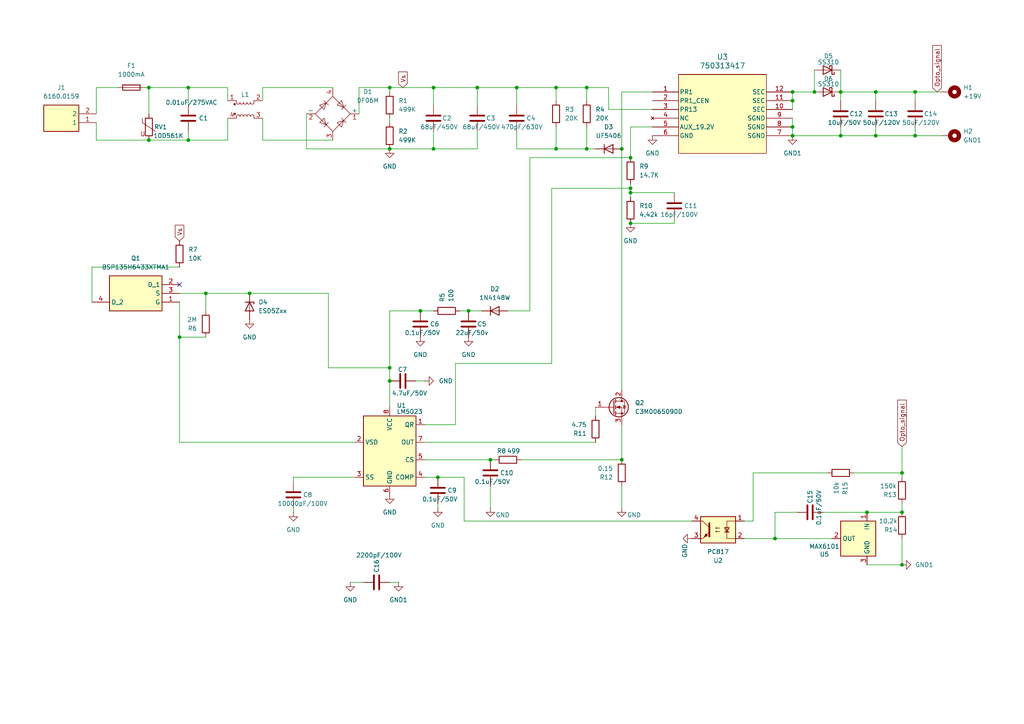
<source format=kicad_sch>
(kicad_sch (version 20231120) (generator "eeschema") (generator_version "8.0")
  (paper "A4")
  (title_block (title "230V AC - 19 V DC SMPS") (rev "1.0") (company "JABED"))
  (lib_symbols
    (symbol "6160_0159:6160.0159"
      (property "Reference" "J" (at 16.51 7.62 0))
      (property "Value" "6160.0159" (at 16.51 5.08 0))
      (symbol "6160.0159_1_1"
        (rectangle (start 5.08 2.54) (end 15.24 -5.08) (stroke (width 0.254)) (fill (type background)))
        (pin passive line (at 0 0 0) (length 5.08) (name "1") (number "1"))
        (pin passive line (at 0 -2.54 0) (length 5.08) (name "2") (number "2"))
      )
    )
    (symbol "750313417_1" (pin_names (offset 0.254))
      (property "Reference" "U2" (at 20.32 10.16 0))
      (property "Value" "750313417" (at 20.32 7.62 0))
      (symbol "750313417_1_0_1"
        (polyline (pts (xy 7.62 -17.78) (xy 33.02 -17.78)) (stroke (width 0.127)))
        (polyline (pts (xy 7.62 5.08) (xy 7.62 -17.78)) (stroke (width 0.127)))
        (polyline (pts (xy 33.02 -17.78) (xy 33.02 5.08)) (stroke (width 0.127)))
        (polyline (pts (xy 33.02 5.08) (xy 7.62 5.08)) (stroke (width 0.127)))
        (pin unspecified line (at 0 0 0) (length 7.62) (name "PR1") (number "1"))
        (pin unspecified line (at 40.64 -5.08 180) (length 7.62) (name "SEC") (number "10"))
        (pin unspecified line (at 40.64 -2.54 180) (length 7.62) (name "SEC") (number "11"))
        (pin unspecified line (at 40.64 0 180) (length 7.62) (name "SEC") (number "12"))
        (pin unspecified line (at 0 -2.54 0) (length 7.62) (name "PR1_CEN") (number "2"))
        (pin unspecified line (at 0 -5.08 0) (length 7.62) (name "PR13") (number "3"))
        (pin no_connect line (at 0 -7.62 0) (length 7.62) (name "NC") (number "4"))
        (pin unspecified line (at 0 -10.16 0) (length 7.62) (name "AUX_19.2V") (number "5"))
        (pin unspecified line (at 0 -12.7 0) (length 7.62) (name "GND") (number "6"))
        (pin unspecified line (at 40.64 -12.7 180) (length 7.62) (name "SGND") (number "7"))
        (pin unspecified line (at 40.64 -10.16 180) (length 7.62) (name "SGND") (number "8"))
        (pin unspecified line (at 40.64 -7.62 180) (length 7.62) (name "SGND") (number "9"))
      )
      (symbol "750313417_1_1_1"
        (rectangle (start 7.62 5.08) (end 33.02 -17.78))
        (rectangle (start 7.62 5.08) (end 33.02 -17.78) (fill (type background)))
      )
    )
    (symbol "BSP135H6433XTMA1:BSP135H6433XTMA1"
      (property "Reference" "Q1" (at 12.7 -12.7 0))
      (property "Value" "BSP135H6433XTMA1" (at 12.7 -10.16 0))
      (symbol "BSP135H6433XTMA1_1_1"
        (rectangle (start 5.08 2.54) (end 20.32 -7.62) (stroke (width 0.254)) (fill (type background)))
        (pin passive line (at 0 0 0) (length 5.08) (name "G") (number "1"))
        (pin passive line (at 0 -5.08 0) (length 5.08) (name "D_1") (number "2"))
        (pin passive line (at 0 -2.54 0) (length 5.08) (name "S") (number "3"))
        (pin passive line (at 25.4 0 180) (length 5.08) (name "D_2") (number "4"))
      )
    )
    (symbol "Device:C" (pin_numbers hide) (pin_names (offset 0.254))
      (property "Reference" "C" (at 0.635 2.54 0))
      (property "Value" "C" (at 0.635 -2.54 0))
      (symbol "C_0_1"
        (polyline (pts (xy -2.032 -0.762) (xy 2.032 -0.762)) (stroke (width 0.508)))
        (polyline (pts (xy -2.032 0.762) (xy 2.032 0.762)) (stroke (width 0.508)))
      )
      (symbol "C_1_1"
        (pin passive line (at 0 3.81 270) (length 2.794) (name "~") (number "1"))
        (pin passive line (at 0 -3.81 90) (length 2.794) (name "~") (number "2"))
      )
    )
    (symbol "Device:Fuse" (pin_numbers hide) (pin_names (offset 0))
      (property "Reference" "F" (at 2.032 0 90))
      (property "Value" "Fuse" (at -1.905 0 90))
      (symbol "Fuse_0_1"
        (rectangle (start -0.762 -2.54) (end 0.762 2.54) (stroke (width 0.254)))
        (polyline (pts (xy 0 2.54) (xy 0 -2.54)))
      )
      (symbol "Fuse_1_1"
        (pin passive line (at 0 3.81 270) (length 1.27) (name "~") (number "1"))
        (pin passive line (at 0 -3.81 90) (length 1.27) (name "~") (number "2"))
      )
    )
    (symbol "Device:L_Coupled_1342" (pin_names (offset 0.254) hide)
      (property "Reference" "L1" (at 0 4.318 0))
      (symbol "L_Coupled_1342_0_1"
        (circle (center -3.048 -1.27) (radius 0.254) (fill (type outline)))
        (circle (center -3.048 1.524) (radius 0.254) (fill (type outline)))
        (arc (start -2.54 2.032) (mid -2.032 1.5262) (end -1.524 2.032))
        (arc (start -1.524 -2.032) (mid -2.032 -1.5262) (end -2.54 -2.032))
        (arc (start -1.524 2.032) (mid -1.016 1.5262) (end -0.508 2.032))
        (arc (start -0.508 -2.032) (mid -1.016 -1.5262) (end -1.524 -2.032))
        (arc (start -0.508 2.032) (mid 0 1.5262) (end 0.508 2.032))
        (polyline (pts (xy -2.54 -2.032) (xy -2.54 -2.54)))
        (polyline (pts (xy -2.54 2.032) (xy -2.54 2.54)))
        (polyline (pts (xy 2.54 -2.032) (xy 2.54 -2.54)))
        (polyline (pts (xy 2.54 2.54) (xy 2.54 2.032)))
        (arc (start 0.508 -2.032) (mid 0 -1.5262) (end -0.508 -2.032))
        (arc (start 0.508 2.032) (mid 1.016 1.5262) (end 1.524 2.032))
        (arc (start 1.524 -2.032) (mid 1.016 -1.5262) (end 0.508 -2.032))
        (arc (start 1.524 2.032) (mid 2.032 1.5262) (end 2.54 2.032))
        (arc (start 2.54 -2.032) (mid 2.032 -1.5262) (end 1.524 -2.032))
      )
      (symbol "L_Coupled_1342_1_1"
        (pin passive line (at -5.08 2.54 0) (length 2.54) (name "1") (number "1"))
        (pin passive line (at 5.08 2.54 180) (length 2.54) (name "2") (number "2"))
        (pin passive line (at 5.08 -2.54 180) (length 2.54) (name "3") (number "3"))
        (pin passive line (at -5.08 -2.54 0) (length 2.54) (name "4") (number "4"))
      )
    )
    (symbol "Device:R" (pin_numbers hide) (pin_names (offset 0))
      (property "Reference" "R" (at 2.032 0 90))
      (property "Value" "R" (at 0 0 90))
      (symbol "R_0_1"
        (rectangle (start -1.016 -2.54) (end 1.016 2.54) (stroke (width 0.254)))
      )
      (symbol "R_1_1"
        (pin passive line (at 0 3.81 270) (length 1.27) (name "~") (number "1"))
        (pin passive line (at 0 -3.81 90) (length 1.27) (name "~") (number "2"))
      )
    )
    (symbol "Device:Varistor" (pin_numbers hide) (pin_names (offset 0))
      (property "Reference" "RV" (at 3.175 0 90))
      (property "Value" "Varistor" (at -3.175 0 90))
      (symbol "Varistor_0_0"
        (text "U" (at -1.778 -2.032 0) (effects (font (size 1.27 1.27))))
      )
      (symbol "Varistor_0_1"
        (rectangle (start -1.016 -2.54) (end 1.016 2.54) (stroke (width 0.254)))
        (polyline (pts (xy -1.905 2.54) (xy -1.905 1.27) (xy 1.905 -1.27)))
      )
      (symbol "Varistor_1_1"
        (pin passive line (at 0 3.81 270) (length 1.27) (name "~") (number "1"))
        (pin passive line (at 0 -3.81 90) (length 1.27) (name "~") (number "2"))
      )
    )
    (symbol "Diode:1N4148W" (pin_numbers hide) (pin_names hide)
      (property "Reference" "D" (at 0 2.54 0))
      (property "Value" "1N4148W" (at 0 -2.54 0))
      (symbol "1N4148W_0_1"
        (polyline (pts (xy -1.27 1.27) (xy -1.27 -1.27)) (stroke (width 0.254)))
        (polyline (pts (xy 1.27 0) (xy -1.27 0)))
        (polyline (pts (xy 1.27 1.27) (xy 1.27 -1.27) (xy -1.27 0) (xy 1.27 1.27)) (stroke (width 0.254)))
      )
      (symbol "1N4148W_1_1"
        (pin passive line (at -3.81 0 0) (length 2.54) (name "K") (number "1"))
        (pin passive line (at 3.81 0 180) (length 2.54) (name "A") (number "2"))
      )
    )
    (symbol "Diode:ESD5Zxx" (pin_numbers hide) (pin_names hide)
      (property "Reference" "D" (at 0 2.54 0))
      (property "Value" "ESD5Zxx" (at 0 -2.54 0))
      (symbol "ESD5Zxx_0_1"
        (polyline (pts (xy 1.27 0) (xy -1.27 0)))
        (polyline (pts (xy -1.27 -1.27) (xy -1.27 1.27) (xy -0.762 1.27)) (stroke (width 0.254)))
        (polyline (pts (xy 1.27 -1.27) (xy 1.27 1.27) (xy -1.27 0) (xy 1.27 -1.27)) (stroke (width 0.254)))
      )
      (symbol "ESD5Zxx_1_1"
        (pin passive line (at -3.81 0 0) (length 2.54) (name "K") (number "1"))
        (pin passive line (at 3.81 0 180) (length 2.54) (name "A") (number "2"))
      )
    )
    (symbol "Diode:SS310" (pin_numbers hide) (pin_names (offset 1.016) hide)
      (property "Reference" "D" (at 0 2.54 0))
      (property "Value" "SS310" (at 0 -2.54 0))
      (symbol "SS310_0_1"
        (polyline (pts (xy 1.27 0) (xy -1.27 0)))
        (polyline (pts (xy 1.27 1.27) (xy 1.27 -1.27) (xy -1.27 0) (xy 1.27 1.27)) (stroke (width 0.254)))
        (polyline (pts (xy -1.905 0.635) (xy -1.905 1.27) (xy -1.27 1.27) (xy -1.27 -1.27) (xy -0.635 -1.27) (xy -0.635 -0.635)) (stroke (width 0.254)))
      )
      (symbol "SS310_1_1"
        (pin passive line (at -3.81 0 0) (length 2.54) (name "K") (number "1"))
        (pin passive line (at 3.81 0 180) (length 2.54) (name "A") (number "2"))
      )
    )
    (symbol "Diode:UF5406" (pin_numbers hide) (pin_names hide)
      (property "Reference" "D" (at 0 2.54 0))
      (property "Value" "UF5406" (at 0 -2.54 0))
      (symbol "UF5406_0_1"
        (polyline (pts (xy -1.27 1.27) (xy -1.27 -1.27)) (stroke (width 0.254)))
        (polyline (pts (xy 1.27 0) (xy -1.27 0)))
        (polyline (pts (xy 1.27 1.27) (xy 1.27 -1.27) (xy -1.27 0) (xy 1.27 1.27)) (stroke (width 0.254)))
      )
      (symbol "UF5406_1_1"
        (pin passive line (at -3.81 0 0) (length 2.54) (name "K") (number "1"))
        (pin passive line (at 3.81 0 180) (length 2.54) (name "A") (number "2"))
      )
    )
    (symbol "Diode_Bridge:DF06M" (pin_names (offset 0))
      (property "Reference" "D" (at 2.54 6.985 0))
      (property "Value" "DF06M" (at 2.54 5.08 0))
      (symbol "DF06M_0_1"
        (polyline (pts (xy -2.54 3.81) (xy -1.27 2.54)))
        (polyline (pts (xy -1.27 -2.54) (xy -2.54 -3.81)))
        (polyline (pts (xy 2.54 -1.27) (xy 3.81 -2.54)))
        (polyline (pts (xy 2.54 1.27) (xy 3.81 2.54)))
        (polyline (pts (xy -3.81 2.54) (xy -2.54 1.27) (xy -1.905 3.175) (xy -3.81 2.54)))
        (polyline (pts (xy -2.54 -1.27) (xy -3.81 -2.54) (xy -1.905 -3.175) (xy -2.54 -1.27)))
        (polyline (pts (xy 1.27 2.54) (xy 2.54 3.81) (xy 3.175 1.905) (xy 1.27 2.54)))
        (polyline (pts (xy 3.175 -1.905) (xy 1.27 -2.54) (xy 2.54 -3.81) (xy 3.175 -1.905)))
        (polyline (pts (xy -5.08 0) (xy 0 -5.08) (xy 5.08 0) (xy 0 5.08) (xy -5.08 0)))
      )
      (symbol "DF06M_1_1"
        (pin passive line (at 7.62 0 180) (length 2.54) (name "+") (number "1"))
        (pin passive line (at -7.62 0 0) (length 2.54) (name "-") (number "2"))
        (pin passive line (at 0 -7.62 90) (length 2.54) (name "~") (number "3"))
        (pin passive line (at 0 7.62 270) (length 2.54) (name "~") (number "4"))
      )
    )
    (symbol "Isolator:PC817" (pin_names (offset 1.016))
      (property "Reference" "U" (at -5.08 5.08 0))
      (property "Value" "PC817" (at 0 5.08 0))
      (symbol "PC817_0_1"
        (rectangle (start -5.08 3.81) (end 5.08 -3.81) (stroke (width 0.254)) (fill (type background)))
        (polyline (pts (xy -3.175 -0.635) (xy -1.905 -0.635)) (stroke (width 0.254)))
        (polyline (pts (xy 2.54 0.635) (xy 4.445 2.54)))
        (polyline (pts (xy 4.445 -2.54) (xy 2.54 -0.635)) (fill (type outline)))
        (polyline (pts (xy 4.445 -2.54) (xy 5.08 -2.54)))
        (polyline (pts (xy 4.445 2.54) (xy 5.08 2.54)))
        (polyline (pts (xy -5.08 2.54) (xy -2.54 2.54) (xy -2.54 -0.635)))
        (polyline (pts (xy -2.54 -0.635) (xy -2.54 -2.54) (xy -5.08 -2.54)))
        (polyline (pts (xy 2.54 1.905) (xy 2.54 -1.905) (xy 2.54 -1.905)) (stroke (width 0.508)))
        (polyline (pts (xy -2.54 -0.635) (xy -3.175 0.635) (xy -1.905 0.635) (xy -2.54 -0.635)) (stroke (width 0.254)))
        (polyline (pts (xy -0.508 -0.508) (xy 0.762 -0.508) (xy 0.381 -0.635) (xy 0.381 -0.381) (xy 0.762 -0.508)))
        (polyline (pts (xy -0.508 0.508) (xy 0.762 0.508) (xy 0.381 0.381) (xy 0.381 0.635) (xy 0.762 0.508)))
        (polyline (pts (xy 3.048 -1.651) (xy 3.556 -1.143) (xy 4.064 -2.159) (xy 3.048 -1.651) (xy 3.048 -1.651)) (fill (type outline)))
      )
      (symbol "PC817_1_1"
        (pin passive line (at -7.62 2.54 0) (length 2.54) (name "~") (number "1"))
        (pin passive line (at -7.62 -2.54 0) (length 2.54) (name "~") (number "2"))
        (pin passive line (at 7.62 -2.54 180) (length 2.54) (name "~") (number "3"))
        (pin passive line (at 7.62 2.54 180) (length 2.54) (name "~") (number "4"))
      )
    )
    (symbol "Mechanical:MountingHole_Pad" (pin_numbers hide) (pin_names (offset 1.016) hide) (exclude_from_sim yes) (in_bom no)
      (property "Reference" "H" (at 0 6.35 0))
      (property "Value" "MountingHole_Pad" (at 0 4.445 0))
      (symbol "MountingHole_Pad_0_1"
        (circle (center 0 1.27) (radius 1.27) (stroke (width 1.27)))
      )
      (symbol "MountingHole_Pad_1_1"
        (pin input line (at 0 -2.54 90) (length 2.54) (name "1") (number "1"))
      )
    )
    (symbol "Reference_Voltage:MAX6101"
      (property "Reference" "U" (at 0 6.35 0))
      (property "Value" "MAX6101" (at 2.54 -6.35 0))
      (symbol "MAX6101_0_1"
        (rectangle (start -5.08 5.08) (end 5.08 -5.08) (stroke (width 0.254)) (fill (type background)))
      )
      (symbol "MAX6101_1_1"
        (pin power_in line (at -2.54 7.62 270) (length 2.54) (name "IN") (number "1"))
        (pin power_out line (at 7.62 0 180) (length 2.54) (name "OUT") (number "2"))
        (pin power_in line (at -2.54 -7.62 90) (length 2.54) (name "GND") (number "3"))
      )
    )
    (symbol "Regulator_Controller:LM5023"
      (property "Reference" "U" (at -6.35 11.43 0))
      (property "Value" "LM5023" (at 5.08 11.43 0))
      (symbol "LM5023_0_0"
        (pin input line (at 10.16 7.62 180) (length 2.54) (name "QR") (number "1"))
        (pin output line (at -10.16 2.54 0) (length 2.54) (name "VSD") (number "2"))
        (pin passive line (at -10.16 -7.62 0) (length 2.54) (name "SS") (number "3"))
        (pin input line (at 10.16 -7.62 180) (length 2.54) (name "COMP") (number "4"))
        (pin input line (at 10.16 -2.54 180) (length 2.54) (name "CS") (number "5"))
        (pin power_in line (at 0 -12.7 90) (length 2.54) (name "GND") (number "6"))
        (pin output line (at 10.16 2.54 180) (length 2.54) (name "OUT") (number "7"))
        (pin power_in line (at 0 12.7 270) (length 2.54) (name "VCC") (number "8"))
      )
      (symbol "LM5023_0_1"
        (rectangle (start -7.62 10.16) (end 7.62 -10.16) (stroke (width 0.254)) (fill (type background)))
      )
    )
    (symbol "Transistor_FET:C3M0065090D" (pin_names hide)
      (property "Reference" "Q" (at 5.08 1.905 0))
      (property "Value" "C3M0065090D" (at 5.08 0 0))
      (symbol "C3M0065090D_0_1"
        (polyline (pts (xy 0.254 0) (xy -2.54 0)))
        (polyline (pts (xy 0.254 1.905) (xy 0.254 -1.905)) (stroke (width 0.254)))
        (polyline (pts (xy 0.762 -1.27) (xy 0.762 -2.286)) (stroke (width 0.254)))
        (polyline (pts (xy 0.762 0.508) (xy 0.762 -0.508)) (stroke (width 0.254)))
        (polyline (pts (xy 0.762 2.286) (xy 0.762 1.27)) (stroke (width 0.254)))
        (polyline (pts (xy 2.54 2.54) (xy 2.54 1.778)))
        (polyline (pts (xy 2.54 -2.54) (xy 2.54 0) (xy 0.762 0)))
        (polyline (pts (xy 0.762 -1.778) (xy 3.302 -1.778) (xy 3.302 1.778) (xy 0.762 1.778)))
        (polyline (pts (xy 1.016 0) (xy 2.032 0.381) (xy 2.032 -0.381) (xy 1.016 0)) (fill (type outline)))
        (polyline (pts (xy 2.794 0.508) (xy 2.921 0.381) (xy 3.683 0.381) (xy 3.81 0.254)))
        (polyline (pts (xy 3.302 0.381) (xy 2.921 -0.254) (xy 3.683 -0.254) (xy 3.302 0.381)))
        (circle (center 1.651 0) (radius 2.794) (stroke (width 0.254)))
        (circle (center 2.54 -1.778) (radius 0.254) (fill (type outline)))
        (circle (center 2.54 1.778) (radius 0.254) (fill (type outline)))
      )
      (symbol "C3M0065090D_1_1"
        (pin input line (at -5.08 0 0) (length 2.54) (name "G") (number "1"))
        (pin passive line (at 2.54 5.08 270) (length 2.54) (name "D") (number "2"))
        (pin passive line (at 2.54 -5.08 90) (length 2.54) (name "S") (number "3"))
      )
    )
    (symbol "power:GND" (power) (pin_numbers hide) (pin_names (offset 0) hide)
      (property "Value" "GND" (at 0 -3.81 0))
      (symbol "GND_0_1"
        (polyline (pts (xy 0 0) (xy 0 -1.27) (xy 1.27 -1.27) (xy 0 -2.54) (xy -1.27 -1.27) (xy 0 -1.27)))
      )
      (symbol "GND_1_1"
        (pin power_in line (at 0 0 270) (length 0) (name "~") (number "1"))
      )
    )
    (symbol "power:GND1" (power) (pin_numbers hide) (pin_names (offset 0) hide)
      (property "Value" "GND1" (at 0 -3.81 0))
      (symbol "GND1_0_1"
        (polyline (pts (xy 0 0) (xy 0 -1.27) (xy 1.27 -1.27) (xy 0 -2.54) (xy -1.27 -1.27) (xy 0 -1.27)))
      )
      (symbol "GND1_1_1"
        (pin power_in line (at 0 0 270) (length 0) (name "~") (number "1"))
      )
    )
  )
  (junction (at 180.34 43.18))
  (junction (at 229.87 26.67))
  (junction (at 243.84 26.67))
  (junction (at 254 26.67))
  (junction (at 54.61 25.4))
  (junction (at 261.62 148.59))
  (junction (at 261.62 163.83))
  (junction (at 182.88 45.72))
  (junction (at 229.87 39.37))
  (junction (at 43.18 25.4))
  (junction (at 59.69 85.09))
  (junction (at 161.29 25.4))
  (junction (at 182.88 55.88))
  (junction (at 161.29 43.18))
  (junction (at 72.39 85.09))
  (junction (at 180.34 133.35))
  (junction (at 265.43 39.37))
  (junction (at 125.73 43.18))
  (junction (at 243.84 39.37))
  (junction (at 254 39.37))
  (junction (at 182.88 64.77))
  (junction (at 52.07 97.79))
  (junction (at 54.61 40.64))
  (junction (at 170.18 25.4))
  (junction (at 236.22 26.67))
  (junction (at 170.18 43.18))
  (junction (at 229.87 29.21))
  (junction (at 138.43 25.4))
  (junction (at 113.03 110.49))
  (junction (at 43.18 40.64))
  (junction (at 251.46 148.59))
  (junction (at 135.89 90.17))
  (junction (at 125.73 25.4))
  (junction (at 127 138.43))
  (junction (at 113.03 25.4))
  (junction (at 149.86 25.4))
  (junction (at 142.24 133.35))
  (junction (at 261.62 137.16))
  (junction (at 265.43 26.67))
  (junction (at 113.03 43.18))
  (junction (at 229.87 36.83))
  (junction (at 224.79 156.21))
  (junction (at 121.92 90.17))
  (junction (at 113.03 106.68))
  (junction (at 182.88 54.61))
  (no_connect (at 52.07 82.55))
  (wire (pts (xy 147.32 90.17) (xy 153.67 90.17)))
  (wire (pts (xy 52.07 85.09) (xy 59.69 85.09)))
  (wire (pts (xy 52.07 128.27) (xy 102.87 128.27)))
  (wire (pts (xy 189.23 31.75) (xy 176.53 31.75)))
  (wire (pts (xy 195.58 63.5) (xy 195.58 64.77)))
  (wire (pts (xy 27.94 25.4) (xy 34.29 25.4)))
  (wire (pts (xy 113.03 25.4) (xy 113.03 26.67)))
  (wire (pts (xy 125.73 25.4) (xy 138.43 25.4)))
  (wire (pts (xy 101.6 168.91) (xy 105.41 168.91)))
  (wire (pts (xy 85.09 138.43) (xy 85.09 139.7)))
  (wire (pts (xy 265.43 39.37) (xy 254 39.37)))
  (wire (pts (xy 182.88 54.61) (xy 182.88 55.88)))
  (wire (pts (xy 182.88 53.34) (xy 182.88 54.61)))
  (wire (pts (xy 123.19 133.35) (xy 142.24 133.35)))
  (wire (pts (xy 52.07 97.79) (xy 59.69 97.79)))
  (wire (pts (xy 27.94 40.64) (xy 27.94 35.56)))
  (wire (pts (xy 243.84 36.83) (xy 243.84 39.37)))
  (wire (pts (xy 254 39.37) (xy 254 36.83)))
  (wire (pts (xy 149.86 38.1) (xy 149.86 43.18)))
  (wire (pts (xy 224.79 156.21) (xy 241.3 156.21)))
  (wire (pts (xy 26.67 77.47) (xy 26.67 87.63)))
  (wire (pts (xy 251.46 148.59) (xy 261.62 148.59)))
  (wire (pts (xy 261.62 129.54) (xy 261.62 137.16)))
  (wire (pts (xy 160.02 105.41) (xy 160.02 54.61)))
  (wire (pts (xy 76.2 40.64) (xy 76.2 34.29)))
  (wire (pts (xy 265.43 36.83) (xy 265.43 39.37)))
  (wire (pts (xy 138.43 30.48) (xy 138.43 25.4)))
  (wire (pts (xy 76.2 25.4) (xy 76.2 29.21)))
  (wire (pts (xy 66.04 34.29) (xy 66.04 40.64)))
  (wire (pts (xy 52.07 97.79) (xy 52.07 128.27)))
  (wire (pts (xy 149.86 30.48) (xy 149.86 25.4)))
  (wire (pts (xy 254 26.67) (xy 254 29.21)))
  (wire (pts (xy 132.08 123.19) (xy 132.08 105.41)))
  (wire (pts (xy 229.87 29.21) (xy 229.87 26.67)))
  (wire (pts (xy 243.84 26.67) (xy 243.84 29.21)))
  (wire (pts (xy 180.34 26.67) (xy 180.34 43.18)))
  (wire (pts (xy 247.65 137.16) (xy 261.62 137.16)))
  (wire (pts (xy 43.18 25.4) (xy 43.18 33.02)))
  (wire (pts (xy 142.24 147.32) (xy 142.24 140.97)))
  (wire (pts (xy 96.52 25.4) (xy 76.2 25.4)))
  (wire (pts (xy 138.43 43.18) (xy 125.73 43.18)))
  (wire (pts (xy 161.29 25.4) (xy 149.86 25.4)))
  (wire (pts (xy 59.69 85.09) (xy 72.39 85.09)))
  (wire (pts (xy 261.62 156.21) (xy 261.62 163.83)))
  (wire (pts (xy 265.43 39.37) (xy 273.05 39.37)))
  (wire (pts (xy 172.72 118.11) (xy 172.72 120.65)))
  (wire (pts (xy 229.87 34.29) (xy 229.87 36.83)))
  (wire (pts (xy 113.03 90.17) (xy 121.92 90.17)))
  (wire (pts (xy 52.07 87.63) (xy 52.07 97.79)))
  (wire (pts (xy 161.29 25.4) (xy 170.18 25.4)))
  (wire (pts (xy 123.19 138.43) (xy 127 138.43)))
  (wire (pts (xy 134.62 138.43) (xy 134.62 151.13)))
  (wire (pts (xy 127 138.43) (xy 134.62 138.43)))
  (wire (pts (xy 54.61 40.64) (xy 43.18 40.64)))
  (wire (pts (xy 134.62 151.13) (xy 200.66 151.13)))
  (wire (pts (xy 95.25 106.68) (xy 113.03 106.68)))
  (wire (pts (xy 243.84 26.67) (xy 254 26.67)))
  (wire (pts (xy 54.61 25.4) (xy 66.04 25.4)))
  (wire (pts (xy 121.92 90.17) (xy 125.73 90.17)))
  (wire (pts (xy 88.9 43.18) (xy 113.03 43.18)))
  (wire (pts (xy 261.62 146.05) (xy 261.62 148.59)))
  (wire (pts (xy 189.23 26.67) (xy 180.34 26.67)))
  (wire (pts (xy 231.14 148.59) (xy 224.79 148.59)))
  (wire (pts (xy 127 147.32) (xy 127 146.05)))
  (wire (pts (xy 153.67 90.17) (xy 153.67 45.72)))
  (wire (pts (xy 224.79 148.59) (xy 224.79 156.21)))
  (wire (pts (xy 104.14 33.02) (xy 104.14 25.4)))
  (wire (pts (xy 52.07 77.47) (xy 26.67 77.47)))
  (wire (pts (xy 54.61 38.1) (xy 54.61 40.64)))
  (wire (pts (xy 170.18 36.83) (xy 170.18 43.18)))
  (wire (pts (xy 113.03 110.49) (xy 113.03 118.11)))
  (wire (pts (xy 123.19 128.27) (xy 172.72 128.27)))
  (wire (pts (xy 135.89 90.17) (xy 139.7 90.17)))
  (wire (pts (xy 123.19 110.49) (xy 120.65 110.49)))
  (wire (pts (xy 43.18 40.64) (xy 27.94 40.64)))
  (wire (pts (xy 229.87 26.67) (xy 236.22 26.67)))
  (wire (pts (xy 261.62 163.83) (xy 251.46 163.83)))
  (wire (pts (xy 218.44 151.13) (xy 218.44 137.16)))
  (wire (pts (xy 113.03 106.68) (xy 113.03 110.49)))
  (wire (pts (xy 59.69 85.09) (xy 59.69 90.17)))
  (wire (pts (xy 261.62 137.16) (xy 261.62 138.43)))
  (wire (pts (xy 215.9 151.13) (xy 218.44 151.13)))
  (wire (pts (xy 27.94 25.4) (xy 27.94 33.02)))
  (wire (pts (xy 151.13 133.35) (xy 180.34 133.35)))
  (wire (pts (xy 229.87 36.83) (xy 229.87 39.37)))
  (wire (pts (xy 243.84 20.32) (xy 243.84 26.67)))
  (wire (pts (xy 161.29 36.83) (xy 161.29 43.18)))
  (wire (pts (xy 104.14 25.4) (xy 113.03 25.4)))
  (wire (pts (xy 54.61 25.4) (xy 43.18 25.4)))
  (wire (pts (xy 96.52 40.64) (xy 76.2 40.64)))
  (wire (pts (xy 265.43 26.67) (xy 273.05 26.67)))
  (wire (pts (xy 66.04 40.64) (xy 54.61 40.64)))
  (wire (pts (xy 132.08 105.41) (xy 160.02 105.41)))
  (wire (pts (xy 133.35 90.17) (xy 135.89 90.17)))
  (wire (pts (xy 125.73 38.1) (xy 125.73 43.18)))
  (wire (pts (xy 180.34 147.32) (xy 180.34 140.97)))
  (wire (pts (xy 176.53 31.75) (xy 176.53 25.4)))
  (wire (pts (xy 138.43 38.1) (xy 138.43 43.18)))
  (wire (pts (xy 132.08 123.19) (xy 123.19 123.19)))
  (wire (pts (xy 160.02 54.61) (xy 182.88 54.61)))
  (wire (pts (xy 85.09 138.43) (xy 102.87 138.43)))
  (wire (pts (xy 88.9 33.02) (xy 88.9 43.18)))
  (wire (pts (xy 218.44 137.16) (xy 240.03 137.16)))
  (wire (pts (xy 170.18 29.21) (xy 170.18 25.4)))
  (wire (pts (xy 54.61 25.4) (xy 54.61 30.48)))
  (wire (pts (xy 149.86 25.4) (xy 138.43 25.4)))
  (wire (pts (xy 182.88 36.83) (xy 189.23 36.83)))
  (wire (pts (xy 176.53 25.4) (xy 170.18 25.4)))
  (wire (pts (xy 153.67 45.72) (xy 182.88 45.72)))
  (wire (pts (xy 113.03 43.18) (xy 125.73 43.18)))
  (wire (pts (xy 161.29 29.21) (xy 161.29 25.4)))
  (wire (pts (xy 170.18 43.18) (xy 161.29 43.18)))
  (wire (pts (xy 182.88 55.88) (xy 195.58 55.88)))
  (wire (pts (xy 182.88 45.72) (xy 182.88 36.83)))
  (wire (pts (xy 236.22 20.32) (xy 236.22 26.67)))
  (wire (pts (xy 229.87 29.21) (xy 229.87 31.75)))
  (wire (pts (xy 125.73 30.48) (xy 125.73 25.4)))
  (wire (pts (xy 182.88 55.88) (xy 182.88 57.15)))
  (wire (pts (xy 215.9 156.21) (xy 224.79 156.21)))
  (wire (pts (xy 41.91 25.4) (xy 43.18 25.4)))
  (wire (pts (xy 85.09 148.59) (xy 85.09 147.32)))
  (wire (pts (xy 238.76 148.59) (xy 251.46 148.59)))
  (wire (pts (xy 195.58 64.77) (xy 182.88 64.77)))
  (wire (pts (xy 125.73 25.4) (xy 113.03 25.4)))
  (wire (pts (xy 229.87 39.37) (xy 243.84 39.37)))
  (wire (pts (xy 265.43 29.21) (xy 265.43 26.67)))
  (wire (pts (xy 113.03 34.29) (xy 113.03 35.56)))
  (wire (pts (xy 180.34 43.18) (xy 180.34 113.03)))
  (wire (pts (xy 113.03 90.17) (xy 113.03 106.68)))
  (wire (pts (xy 161.29 43.18) (xy 149.86 43.18)))
  (wire (pts (xy 115.57 168.91) (xy 113.03 168.91)))
  (wire (pts (xy 243.84 39.37) (xy 254 39.37)))
  (wire (pts (xy 66.04 29.21) (xy 66.04 25.4)))
  (wire (pts (xy 170.18 43.18) (xy 172.72 43.18)))
  (wire (pts (xy 95.25 85.09) (xy 95.25 106.68)))
  (wire (pts (xy 142.24 133.35) (xy 143.51 133.35)))
  (wire (pts (xy 180.34 123.19) (xy 180.34 133.35)))
  (wire (pts (xy 72.39 85.09) (xy 95.25 85.09)))
  (wire (pts (xy 265.43 26.67) (xy 254 26.67)))
  (global_label "Vs" (shape input) (at 52.07 69.85 90) (property "Intersheetrefs" "${INTERSHEET_REFS}" (effects (hide yes))))
  (global_label "Vs" (shape input) (at 116.84 25.4 90) (property "Intersheetrefs" "${INTERSHEET_REFS}" (effects (hide yes))))
  (global_label "Opto_signal" (shape input) (at 271.78 26.67 90) (property "Intersheetrefs" "${INTERSHEET_REFS}" (effects (hide yes))))
  (global_label "Opto_signal" (shape input) (at 261.62 129.54 90) (property "Intersheetrefs" "${INTERSHEET_REFS}" (effects (hide yes))))
  (symbol (lib_id "Device:Fuse") (at 38.1 25.4 270) (unit 1)
    (property "Reference" "F1" (at 38.1 19.05 90))
    (property "Value" "1000mA" (at 38.1 21.59 90))
    (property "Footprint" "Fuse:Fuse_Littelfuse-NANO2-462" (effects (hide yes)))
    (property "Description" "Fuse" (effects (hide yes)))
  )
  (symbol (lib_id "Diode:UF5406") (at 176.53 43.18 0) (unit 1)
    (property "Reference" "D3" (at 176.53 36.83 0))
    (property "Value" "UF5406" (at 176.53 39.37 0))
    (property "Footprint" "Diode_THT:D_DO-201AD_P15.24mm_Horizontal" (effects (hide yes)))
    (property "Datasheet" "http://www.vishay.com/docs/88756/uf5400.pdf" (effects (hide yes)))
    (property "Description" "600V 3A Soft Recovery Ultrafast Rectifier Diode, DO-201AD" (effects (hide yes)))
    (property "Sim.Device" "D" (effects (hide yes)))
    (property "Sim.Pins" "1=K 2=A" (effects (hide yes)))
  )
  (symbol (lib_id "power:GND") (at 142.24 147.32 0) (unit 1)
    (property "Reference" "#PWR011" (effects (hide yes)))
    (property "Value" "GND" (at 145.796 149.352 0))
    (property "Description" "Power symbol creates a global label with name \"GND\" , ground" (effects (hide yes)))
  )
  (symbol (lib_id "Device:R") (at 129.54 90.17 90) (unit 1)
    (property "Reference" "R5" (at 128.2699 87.63 0) (effects (justify left)))
    (property "Value" "100" (at 130.8099 87.63 0) (effects (justify left)))
    (property "Footprint" "Resistor_SMD:R_0805_2012Metric" (effects (hide yes)))
    (property "Description" "Resistor" (effects (hide yes)))
  )
  (symbol (lib_id "Device:C") (at 109.22 168.91 90) (unit 1)
    (property "Reference" "C16" (at 109.22 166.116 0) (effects (justify left)))
    (property "Value" "2200pF/100V" (at 116.586 161.036 90) (effects (justify left)))
    (property "Footprint" "Capacitor_THT:C_Disc_D4.3mm_W1.9mm_P5.00mm" (effects (hide yes)))
    (property "Description" "Unpolarized capacitor" (effects (hide yes)))
  )
  (symbol (lib_id "power:GND") (at 121.92 97.79 0) (unit 1)
    (property "Reference" "#PWR04" (effects (hide yes)))
    (property "Value" "GND" (at 121.92 102.87 0))
    (property "Description" "Power symbol creates a global label with name \"GND\" , ground" (effects (hide yes)))
  )
  (symbol (lib_id "Device:C") (at 127 142.24 0) (unit 1)
    (property "Reference" "C9" (at 129.794 142.24 0) (effects (justify left)))
    (property "Value" "0.1uF/50V" (at 122.428 144.78 0) (effects (justify left)))
    (property "Footprint" "Capacitor_SMD:C_1206_3216Metric" (effects (hide yes)))
    (property "Description" "Unpolarized capacitor" (effects (hide yes)))
  )
  (symbol (lib_id "Device:C") (at 243.84 33.02 0) (unit 1)
    (property "Reference" "C12" (at 246.38 33.02 0) (effects (justify left)))
    (property "Value" "10uF/50V" (at 240.03 35.56 0) (effects (justify left)))
    (property "Footprint" "Capacitor_THT:CP_Radial_D12.5mm_P7.50mm" (effects (hide yes)))
    (property "Description" "Unpolarized capacitor" (effects (hide yes)))
  )
  (symbol (lib_id "Device:R") (at 172.72 124.46 180) (unit 1)
    (property "Reference" "R11" (at 170.18 125.7301 0) (effects (justify left)))
    (property "Value" "4.75" (at 170.18 123.1901 0) (effects (justify left)))
    (property "Footprint" "Resistor_SMD:R_0805_2012Metric" (effects (hide yes)))
    (property "Description" "Resistor" (effects (hide yes)))
  )
  (symbol (lib_id "Diode_Bridge:DF06M") (at 96.52 33.02 0) (unit 1)
    (property "Reference" "D1" (at 106.68 26.5998 0))
    (property "Value" "DF06M" (at 106.68 29.1398 0))
    (property "Footprint" "Diode_THT:Diode_Bridge_DIP-4_W7.62mm_P5.08mm" (effects (hide yes)))
    (property "Datasheet" "http://www.vishay.com/docs/88571/dfm.pdf" (effects (hide yes)))
    (property "Description" "Miniature Glass Passivated Single-Phase Bridge Rectifiers, 420V Vrms, 1.0A If, DIP-4" (effects (hide yes)))
  )
  (symbol (lib_id "power:GND") (at 182.88 64.77 0) (unit 1)
    (property "Reference" "#PWR012" (effects (hide yes)))
    (property "Value" "GND" (at 182.88 69.85 0))
    (property "Description" "Power symbol creates a global label with name \"GND\" , ground" (effects (hide yes)))
  )
  (symbol (lib_id "Device:R") (at 147.32 133.35 90) (unit 1)
    (property "Reference" "R8" (at 146.812 130.81 90) (effects (justify left)))
    (property "Value" "499" (at 150.876 130.81 90) (effects (justify left)))
    (property "Footprint" "Resistor_SMD:R_0805_2012Metric" (effects (hide yes)))
    (property "Description" "Resistor" (effects (hide yes)))
  )
  (symbol (lib_id "Device:R") (at 59.69 93.98 180) (unit 1)
    (property "Reference" "R6" (at 57.15 95.2501 0) (effects (justify left)))
    (property "Value" "2M" (at 57.15 92.7101 0) (effects (justify left)))
    (property "Footprint" "Resistor_SMD:R_0805_2012Metric" (effects (hide yes)))
    (property "Description" "Resistor" (effects (hide yes)))
  )
  (symbol (lib_id "Diode:SS310") (at 240.03 20.32 180) (unit 1)
    (property "Reference" "D5" (at 240.284 16.256 0))
    (property "Value" "SS310" (at 240.284 18.034 0))
    (property "Footprint" "Diode_SMD:D_SMA" (effects (hide yes)))
    (property "Datasheet" "https://www.microdiode.com/uploadfiles//PDF/SS32-THRU-SS3200-SMA.pdf" (effects (hide yes)))
    (property "Description" "100V 3A Schottky Diode, SMA" (effects (hide yes)))
  )
  (symbol (lib_id "Device:R") (at 243.84 137.16 270) (unit 1)
    (property "Reference" "R15" (at 245.1101 139.7 0) (effects (justify left)))
    (property "Value" "10k" (at 242.5701 139.7 0) (effects (justify left)))
    (property "Footprint" "Resistor_SMD:R_0805_2012Metric" (effects (hide yes)))
    (property "Description" "Resistor" (effects (hide yes)))
  )
  (symbol (lib_id "Device:R") (at 113.03 30.48 0) (unit 1)
    (property "Reference" "R1" (at 115.57 29.2099 0) (effects (justify left)))
    (property "Value" "499K" (at 115.57 31.7499 0) (effects (justify left)))
    (property "Footprint" "Resistor_SMD:R_1206_3216Metric" (effects (hide yes)))
    (property "Description" "Resistor" (effects (hide yes)))
  )
  (symbol (lib_id "Diode:ESD5Zxx") (at 72.39 88.9 270) (unit 1)
    (property "Reference" "D4" (at 74.93 87.6299 90) (effects (justify left)))
    (property "Value" "ESD5Zxx" (at 74.93 90.1699 90) (effects (justify left)))
    (property "Footprint" "Diode_SMD:D_SOD-523" (effects (hide yes)))
    (property "Datasheet" "https://www.onsemi.com/pdf/datasheet/esd5z2.5t1-d.pdf" (effects (hide yes)))
    (property "Description" "ESD Protection Diode, SOD-523" (effects (hide yes)))
  )
  (symbol (lib_id "power:GND") (at 127 147.32 0) (unit 1)
    (property "Reference" "#PWR08" (effects (hide yes)))
    (property "Value" "GND" (at 127 152.4 0))
    (property "Description" "Power symbol creates a global label with name \"GND\" , ground" (effects (hide yes)))
  )
  (symbol (lib_id "Mechanical:MountingHole_Pad") (at 275.59 26.67 270) (unit 1) (exclude_from_sim yes) (in_bom no)
    (property "Reference" "H1" (at 279.4 25.3999 90) (effects (justify left)))
    (property "Value" "+19V" (at 279.4 27.9399 90) (effects (justify left)))
    (property "Footprint" "TestPoint:TestPoint_THTPad_D2.5mm_Drill1.2mm" (effects (hide yes)))
    (property "Description" "Mounting Hole with connection" (effects (hide yes)))
  )
  (symbol (lib_id "power:GND") (at 113.03 143.51 0) (unit 1)
    (property "Reference" "#PWR09" (effects (hide yes)))
    (property "Value" "GND" (at 113.03 148.59 0))
    (property "Description" "Power symbol creates a global label with name \"GND\" , ground" (effects (hide yes)))
  )
  (symbol (lib_id "power:GND") (at 101.6 168.91 0) (unit 1)
    (property "Reference" "#PWR017" (effects (hide yes)))
    (property "Value" "GND" (at 101.6 173.99 0))
    (property "Description" "Power symbol creates a global label with name \"GND\" , ground" (effects (hide yes)))
  )
  (symbol (lib_id "Regulator_Controller:LM5023") (at 113.03 130.81 0) (unit 1)
    (property "Reference" "U1" (at 115.062 117.602 0) (effects (justify left)))
    (property "Value" "LM5023" (at 115.062 119.38 0) (effects (justify left)))
    (property "Footprint" "Package_SO:VSSOP-8_3.0x3.0mm_P0.65mm" (effects (hide yes)))
    (property "Datasheet" "https://www.ti.com/lit/ds/symlink/lm5023.pdf" (effects (hide yes)))
    (property "Description" "Quasi-Resonant Current-Mode PWM Controller for Off-Line Supplies, OVP/OTP, Latched OVP, VSSOP-8" (effects (hide yes)))
  )
  (symbol (lib_id "Device:C") (at 116.84 110.49 90) (unit 1)
    (property "Reference" "C7" (at 118.11 107.188 90) (effects (justify left)))
    (property "Value" "4.7uF/50V" (at 123.952 114.046 90) (effects (justify left)))
    (property "Footprint" "Capacitor_SMD:C_1206_3216Metric" (effects (hide yes)))
    (property "Description" "Unpolarized capacitor" (effects (hide yes)))
  )
  (symbol (lib_id "Device:C") (at 125.73 34.29 0) (unit 1)
    (property "Reference" "C2" (at 128.27 34.29 0) (effects (justify left)))
    (property "Value" "68uF/450V" (at 121.92 36.83 0) (effects (justify left)))
    (property "Footprint" "Capacitor_THT:CP_Radial_D12.5mm_P7.50mm" (effects (hide yes)))
    (property "Description" "Unpolarized capacitor" (effects (hide yes)))
  )
  (symbol (lib_id "Mechanical:MountingHole_Pad") (at 275.59 39.37 270) (unit 1) (exclude_from_sim yes) (in_bom no)
    (property "Reference" "H2" (at 279.4 38.0999 90) (effects (justify left)))
    (property "Value" "GND1" (at 279.4 40.6399 90) (effects (justify left)))
    (property "Footprint" "TestPoint:TestPoint_THTPad_D2.5mm_Drill1.2mm" (effects (hide yes)))
    (property "Description" "Mounting Hole with connection" (effects (hide yes)))
  )
  (symbol (lib_id "Device:C") (at 195.58 59.69 0) (unit 1)
    (property "Reference" "C11" (at 198.374 59.69 0) (effects (justify left)))
    (property "Value" "16pF/100V" (at 191.516 62.23 0) (effects (justify left)))
    (property "Footprint" "Capacitor_SMD:C_1206_3216Metric" (effects (hide yes)))
    (property "Description" "Unpolarized capacitor" (effects (hide yes)))
  )
  (symbol (lib_id "Diode:1N4148W") (at 143.51 90.17 0) (unit 1)
    (property "Reference" "D2" (at 143.51 83.82 0))
    (property "Value" "1N4148W" (at 143.51 86.36 0))
    (property "Footprint" "Diode_SMD:D_SOD-123" (effects (hide yes)))
    (property "Datasheet" "https://www.vishay.com/docs/85748/1n4148w.pdf" (effects (hide yes)))
    (property "Description" "75V 0.15A Fast Switching Diode, SOD-123" (effects (hide yes)))
    (property "Sim.Device" "D" (effects (hide yes)))
    (property "Sim.Pins" "1=K 2=A" (effects (hide yes)))
  )
  (symbol (lib_id "power:GND") (at 135.89 97.79 0) (unit 1)
    (property "Reference" "#PWR03" (effects (hide yes)))
    (property "Value" "GND" (at 135.89 102.87 0))
    (property "Description" "Power symbol creates a global label with name \"GND\" , ground" (effects (hide yes)))
  )
  (symbol (lib_id "Device:R") (at 161.29 33.02 0) (unit 1)
    (property "Reference" "R3" (at 163.83 31.7499 0) (effects (justify left)))
    (property "Value" "20K" (at 163.83 34.2899 0) (effects (justify left)))
    (property "Footprint" "Resistor_SMD:R_0805_2012Metric" (effects (hide yes)))
    (property "Description" "Resistor" (effects (hide yes)))
  )
  (symbol (lib_id "Device:R") (at 180.34 137.16 180) (unit 1)
    (property "Reference" "R12" (at 177.8 138.4301 0) (effects (justify left)))
    (property "Value" "0.15" (at 177.8 135.8901 0) (effects (justify left)))
    (property "Footprint" "Resistor_THT:R_Axial_DIN0922_L20.0mm_D9.0mm_P25.40mm_Horizontal" (effects (hide yes)))
    (property "Description" "Resistor" (effects (hide yes)))
  )
  (symbol (lib_id "Device:C") (at 265.43 33.02 0) (unit 1)
    (property "Reference" "C14" (at 267.97 33.02 0) (effects (justify left)))
    (property "Value" "50uF/120V" (at 261.62 35.56 0) (effects (justify left)))
    (property "Footprint" "Capacitor_THT:CP_Radial_D12.5mm_P7.50mm" (effects (hide yes)))
    (property "Description" "Unpolarized capacitor" (effects (hide yes)))
  )
  (symbol (lib_id "6160_0159:6160.0159") (at 27.94 35.56 180) (unit 1)
    (property "Reference" "J1" (at 17.78 25.4 0))
    (property "Value" "6160.0159" (at 17.78 27.94 0))
    (property "Footprint" "private:61600159" (effects (hide yes)))
    (property "Datasheet" "https://componentsearchengine.com/Datasheets/1/6160.0159.pdf" (effects (hide yes)))
    (property "Description" "SCHURTER - 6160.0159 - POWER ENTRY, PLUG, 2.5A, PANEL" (effects (hide yes)))
    (property "Height" "16" (effects (hide yes)))
    (property "Mouser Part Number" "693-6160.0159" (effects (hide yes)))
    (property "Mouser Price/Stock" "https://www.mouser.com/Search/Refine.aspx?Keyword=693-6160.0159" (effects (hide yes)))
    (property "Manufacturer_Name" "SCHURTER" (effects (hide yes)))
    (property "Manufacturer_Part_Number" "6160.0159" (effects (hide yes)))
  )
  (symbol (lib_id "Device:R") (at 261.62 142.24 180) (unit 1)
    (property "Reference" "R13" (at 260.096 143.51 0) (effects (justify left)))
    (property "Value" "150k" (at 260.096 140.97 0) (effects (justify left)))
    (property "Footprint" "Resistor_SMD:R_0805_2012Metric" (effects (hide yes)))
    (property "Description" "Resistor" (effects (hide yes)))
  )
  (symbol (lib_id "Device:L_Coupled_1342") (at 71.12 31.75 0) (unit 1)
    (property "Reference" "L1" (at 71.12 27.432 0))
    (property "Value" "L_Coupled_1342" (effects (hide yes)))
    (property "Footprint" "private:WE-SL5_HC" (effects (hide yes)))
    (property "Description" "Coupled inductor" (effects (hide yes)))
  )
  (symbol (lib_id "Device:Varistor") (at 43.18 36.83 0) (unit 1)
    (property "Reference" "RV1" (at 44.704 36.83 0) (effects (justify left)))
    (property "Value" "10D561K" (at 44.45 39.37 0) (effects (justify left)))
    (property "Footprint" "Varistor:RV_Disc_D7mm_W3.6mm_P5mm" (effects (hide yes)))
    (property "Description" "Voltage dependent resistor" (effects (hide yes)))
    (property "Sim.Name" "kicad_builtin_varistor" (effects (hide yes)))
    (property "Sim.Device" "SUBCKT" (effects (hide yes)))
    (property "Sim.Pins" "1=A 2=B" (effects (hide yes)))
    (property "Sim.Params" "threshold=1k" (effects (hide yes)))
    (property "Sim.Library" "${KICAD7_SYMBOL_DIR}/Simulation_SPICE.sp" (effects (hide yes)))
  )
  (symbol (lib_id "Device:R") (at 113.03 39.37 0) (unit 1)
    (property "Reference" "R2" (at 115.57 38.0999 0) (effects (justify left)))
    (property "Value" "499K" (at 115.57 40.6399 0) (effects (justify left)))
    (property "Footprint" "Resistor_SMD:R_1206_3216Metric" (effects (hide yes)))
    (property "Description" "Resistor" (effects (hide yes)))
  )
  (symbol (lib_id "Device:C") (at 234.95 148.59 90) (unit 1)
    (property "Reference" "C15" (at 234.95 146.05 0) (effects (justify left)))
    (property "Value" "0.1uF/50V" (at 237.49 152.4 0) (effects (justify left)))
    (property "Footprint" "Capacitor_THT:CP_Radial_D4.0mm_P2.00mm" (effects (hide yes)))
    (property "Description" "Unpolarized capacitor" (effects (hide yes)))
  )
  (symbol (lib_id "power:GND") (at 113.03 43.18 0) (unit 1)
    (property "Reference" "#PWR01" (effects (hide yes)))
    (property "Value" "GND" (at 113.03 48.26 0))
    (property "Description" "Power symbol creates a global label with name \"GND\" , ground" (effects (hide yes)))
  )
  (symbol (lib_id "Device:R") (at 261.62 152.4 180) (unit 1)
    (property "Reference" "R14" (at 260.35 153.67 0) (effects (justify left)))
    (property "Value" "10.2k" (at 260.35 151.13 0) (effects (justify left)))
    (property "Footprint" "Resistor_SMD:R_0805_2012Metric" (effects (hide yes)))
    (property "Description" "Resistor" (effects (hide yes)))
  )
  (symbol (lib_id "Device:C") (at 54.61 34.29 0) (unit 1)
    (property "Reference" "C1" (at 57.658 34.29 0) (effects (justify left)))
    (property "Value" "0.01uF/275VAC" (at 48.006 29.718 0) (effects (justify left)))
    (property "Footprint" "Capacitor_THT:C_Rect_L10.0mm_W4.0mm_P7.50mm_MKS4" (effects (hide yes)))
    (property "Description" "Unpolarized capacitor" (effects (hide yes)))
  )
  (symbol (lib_id "Device:C") (at 138.43 34.29 0) (unit 1)
    (property "Reference" "C3" (at 140.97 34.29 0) (effects (justify left)))
    (property "Value" "68uF/450V" (at 134.112 36.83 0) (effects (justify left)))
    (property "Footprint" "Capacitor_THT:CP_Radial_D12.5mm_P7.50mm" (effects (hide yes)))
    (property "Description" "Unpolarized capacitor" (effects (hide yes)))
  )
  (symbol (lib_id "power:GND1") (at 229.87 39.37 0) (unit 1)
    (property "Reference" "#PWR015" (effects (hide yes)))
    (property "Value" "GND1" (at 229.87 44.45 0))
    (property "Description" "Power symbol creates a global label with name \"GND1\" , ground" (effects (hide yes)))
  )
  (symbol (lib_id "Device:C") (at 254 33.02 0) (unit 1)
    (property "Reference" "C13" (at 256.54 33.02 0) (effects (justify left)))
    (property "Value" "50uF/120V" (at 250.19 35.56 0) (effects (justify left)))
    (property "Footprint" "Capacitor_THT:CP_Radial_D12.5mm_P7.50mm" (effects (hide yes)))
    (property "Description" "Unpolarized capacitor" (effects (hide yes)))
  )
  (symbol (lib_id "Device:R") (at 182.88 60.96 0) (unit 1)
    (property "Reference" "R10" (at 185.42 59.6899 0) (effects (justify left)))
    (property "Value" "4.42k" (at 185.42 62.2299 0) (effects (justify left)))
    (property "Footprint" "Resistor_SMD:R_0805_2012Metric" (effects (hide yes)))
    (property "Description" "Resistor" (effects (hide yes)))
  )
  (symbol (lib_id "Device:C") (at 85.09 143.51 0) (unit 1)
    (property "Reference" "C8" (at 87.884 143.51 0) (effects (justify left)))
    (property "Value" "10000pF/100V" (at 80.518 146.05 0) (effects (justify left)))
    (property "Footprint" "Capacitor_SMD:C_1206_3216Metric" (effects (hide yes)))
    (property "Description" "Unpolarized capacitor" (effects (hide yes)))
  )
  (symbol (lib_id "power:GND") (at 123.19 110.49 90) (unit 1)
    (property "Reference" "#PWR05" (effects (hide yes)))
    (property "Value" "GND" (at 127.2492 110.4899 90) (effects (justify right)))
    (property "Description" "Power symbol creates a global label with name \"GND\" , ground" (effects (hide yes)))
  )
  (symbol (lib_id "Device:R") (at 182.88 49.53 0) (unit 1)
    (property "Reference" "R9" (at 185.42 48.2599 0) (effects (justify left)))
    (property "Value" "14.7K" (at 185.42 50.7999 0) (effects (justify left)))
    (property "Footprint" "Resistor_SMD:R_0805_2012Metric" (effects (hide yes)))
    (property "Description" "Resistor" (effects (hide yes)))
  )
  (symbol (lib_id "Device:C") (at 149.86 34.29 0) (unit 1)
    (property "Reference" "C4" (at 152.654 34.29 0) (effects (justify left)))
    (property "Value" "470pF/630V" (at 145.288 36.83 0) (effects (justify left)))
    (property "Footprint" "Capacitor_SMD:C_1206_3216Metric" (effects (hide yes)))
    (property "Description" "Unpolarized capacitor" (effects (hide yes)))
  )
  (symbol (lib_id "power:GND") (at 72.39 92.71 0) (unit 1)
    (property "Reference" "#PWR06" (effects (hide yes)))
    (property "Value" "GND" (at 72.39 97.79 0))
    (property "Description" "Power symbol creates a global label with name \"GND\" , ground" (effects (hide yes)))
  )
  (symbol (lib_name "750313417_1") (lib_id "2024-11-26_16-51-12:750313417") (at 189.23 26.67 0) (unit 1)
    (property "Reference" "U3" (at 209.55 16.51 0) (effects (font (size 1.524 1.524))))
    (property "Value" "750313417" (at 209.55 19.05 0) (effects (font (size 1.524 1.524))))
    (property "Footprint" "private:SMD_13417_WRE" (effects (hide yes)))
    (property "Datasheet" "750313417" (effects (hide yes)))
  )
  (symbol (lib_id "Device:C") (at 121.92 93.98 0) (unit 1)
    (property "Reference" "C6" (at 124.714 93.98 0) (effects (justify left)))
    (property "Value" "0.1uF/50V" (at 117.348 96.52 0) (effects (justify left)))
    (property "Footprint" "Capacitor_THT:CP_Radial_D4.0mm_P2.00mm" (effects (hide yes)))
    (property "Description" "Unpolarized capacitor" (effects (hide yes)))
  )
  (symbol (lib_id "power:GND") (at 180.34 147.32 0) (unit 1)
    (property "Reference" "#PWR013" (effects (hide yes)))
    (property "Value" "GND" (at 183.896 149.352 0))
    (property "Description" "Power symbol creates a global label with name \"GND\" , ground" (effects (hide yes)))
  )
  (symbol (lib_id "Device:R") (at 52.07 73.66 0) (unit 1)
    (property "Reference" "R7" (at 54.61 72.3899 0) (effects (justify left)))
    (property "Value" "10K" (at 54.61 74.9299 0) (effects (justify left)))
    (property "Footprint" "Resistor_SMD:R_0805_2012Metric" (effects (hide yes)))
    (property "Description" "Resistor" (effects (hide yes)))
  )
  (symbol (lib_id "power:GND1") (at 115.57 168.91 0) (unit 1)
    (property "Reference" "#PWR018" (effects (hide yes)))
    (property "Value" "GND1" (at 115.57 173.99 0))
    (property "Description" "Power symbol creates a global label with name \"GND1\" , ground" (effects (hide yes)))
  )
  (symbol (lib_id "Device:C") (at 135.89 93.98 0) (unit 1)
    (property "Reference" "C5" (at 138.43 93.98 0) (effects (justify left)))
    (property "Value" "22uF/50v" (at 132.08 96.52 0) (effects (justify left)))
    (property "Footprint" "Capacitor_THT:CP_Radial_D4.0mm_P2.00mm" (effects (hide yes)))
    (property "Description" "Unpolarized capacitor" (effects (hide yes)))
  )
  (symbol (lib_id "Transistor_FET:C3M0065090D") (at 177.8 118.11 0) (unit 1)
    (property "Reference" "Q2" (at 184.15 116.8399 0) (effects (justify left)))
    (property "Value" "C3M0065090D" (at 184.15 119.3799 0) (effects (justify left)))
    (property "Footprint" "Package_TO_SOT_THT:TO-247-3_Vertical" (effects (hide yes)))
    (property "Datasheet" "https://www.wolfspeed.com/media/downloads/176/C3M0065090D.pdf" (effects (hide yes)))
    (property "Description" "36A Id, 900V Vds, 65mOhm, N-Channel SiC MOSFET, TO-247" (effects (hide yes)))
  )
  (symbol (lib_id "power:GND") (at 189.23 39.37 0) (unit 1)
    (property "Reference" "#PWR02" (effects (hide yes)))
    (property "Value" "GND" (at 189.23 44.45 0))
    (property "Description" "Power symbol creates a global label with name \"GND\" , ground" (effects (hide yes)))
  )
  (symbol (lib_id "power:GND") (at 200.66 156.21 270) (unit 1)
    (property "Reference" "#PWR014" (effects (hide yes)))
    (property "Value" "GND" (at 198.628 159.766 0))
    (property "Description" "Power symbol creates a global label with name \"GND\" , ground" (effects (hide yes)))
  )
  (symbol (lib_id "Device:R") (at 170.18 33.02 0) (unit 1)
    (property "Reference" "R4" (at 172.72 31.7499 0) (effects (justify left)))
    (property "Value" "20K" (at 172.72 34.2899 0) (effects (justify left)))
    (property "Footprint" "Resistor_SMD:R_0805_2012Metric" (effects (hide yes)))
    (property "Description" "Resistor" (effects (hide yes)))
  )
  (symbol (lib_id "power:GND") (at 85.09 148.59 0) (unit 1)
    (property "Reference" "#PWR07" (effects (hide yes)))
    (property "Value" "GND" (at 85.09 153.67 0))
    (property "Description" "Power symbol creates a global label with name \"GND\" , ground" (effects (hide yes)))
  )
  (symbol (lib_id "Reference_Voltage:MAX6101") (at 248.92 156.21 0) (mirror y) (unit 1)
    (property "Reference" "U5" (at 237.744 160.782 0) (effects (justify right)))
    (property "Value" "MAX6101" (at 234.696 158.496 0) (effects (justify right)))
    (property "Footprint" "Package_TO_SOT_SMD:SOT-23" (effects (hide yes)))
    (property "Datasheet" "http://datasheets.maximintegrated.com/en/ds/MAX6100-MAX6107.pdf" (effects (hide yes)))
    (property "Description" "Low-dropout high current voltage reference, 1.250V, ±0.4% accuracy, SOT-23" (effects (hide yes)))
  )
  (symbol (lib_id "Isolator:PC817") (at 208.28 153.67 0) (mirror y) (unit 1)
    (property "Reference" "U2" (at 208.28 162.56 0))
    (property "Value" "PC817" (at 208.28 160.02 0))
    (property "Footprint" "Package_DIP:DIP-4_W7.62mm" (effects (hide yes)))
    (property "Datasheet" "http://www.soselectronic.cz/a_info/resource/d/pc817.pdf" (effects (hide yes)))
    (property "Description" "DC Optocoupler, Vce 35V, CTR 50-300%, DIP-4" (effects (hide yes)))
  )
  (symbol (lib_id "power:GND1") (at 261.62 163.83 90) (unit 1)
    (property "Reference" "#PWR016" (effects (hide yes)))
    (property "Value" "GND1" (at 265.43 163.8299 90) (effects (justify right)))
    (property "Description" "Power symbol creates a global label with name \"GND1\" , ground" (effects (hide yes)))
  )
  (symbol (lib_id "Diode:SS310") (at 240.03 26.67 180) (unit 1)
    (property "Reference" "D6" (at 240.284 22.86 0))
    (property "Value" "SS310" (at 240.284 24.384 0))
    (property "Footprint" "Diode_SMD:D_SMA" (effects (hide yes)))
    (property "Datasheet" "https://www.microdiode.com/uploadfiles//PDF/SS32-THRU-SS3200-SMA.pdf" (effects (hide yes)))
    (property "Description" "100V 3A Schottky Diode, SMA" (effects (hide yes)))
  )
  (symbol (lib_id "BSP135H6433XTMA1:BSP135H6433XTMA1") (at 52.07 87.63 180) (unit 1)
    (property "Reference" "Q1" (at 39.37 74.93 0))
    (property "Value" "BSP135H6433XTMA1" (at 39.37 77.47 0))
    (property "Footprint" "private:SOT230P700X180-4N" (effects (hide yes)))
    (property "Datasheet" "https://www.infineon.com/dgdl/Infineon-BSP135-DS-v01_33-en.pdf?fileId=db3a30433c1a8752013c1fd4c839399b" (effects (hide yes)))
    (property "Description" "MOSFET N-Ch 600V 20mA SOT-223-3" (effects (hide yes)))
    (property "Height" "1.8" (effects (hide yes)))
    (property "Mouser Part Number" "726-BSP135H6433XTMA1" (effects (hide yes)))
    (property "Mouser Price/Stock" "https://www.mouser.co.uk/ProductDetail/Infineon-Technologies/BSP135H6433XTMA1?qs=9Y9qB%2FCsC3lDtRSEOXyxRA%3D%3D" (effects (hide yes)))
    (property "Manufacturer_Name" "Infineon" (effects (hide yes)))
    (property "Manufacturer_Part_Number" "BSP135H6433XTMA1" (effects (hide yes)))
  )
  (symbol (lib_id "Device:C") (at 142.24 137.16 0) (unit 1)
    (property "Reference" "C10" (at 145.034 137.16 0) (effects (justify left)))
    (property "Value" "0.1uF/50V" (at 137.668 139.7 0) (effects (justify left)))
    (property "Footprint" "Capacitor_SMD:C_1206_3216Metric" (effects (hide yes)))
    (property "Description" "Unpolarized capacitor" (effects (hide yes)))
  )
)
</source>
